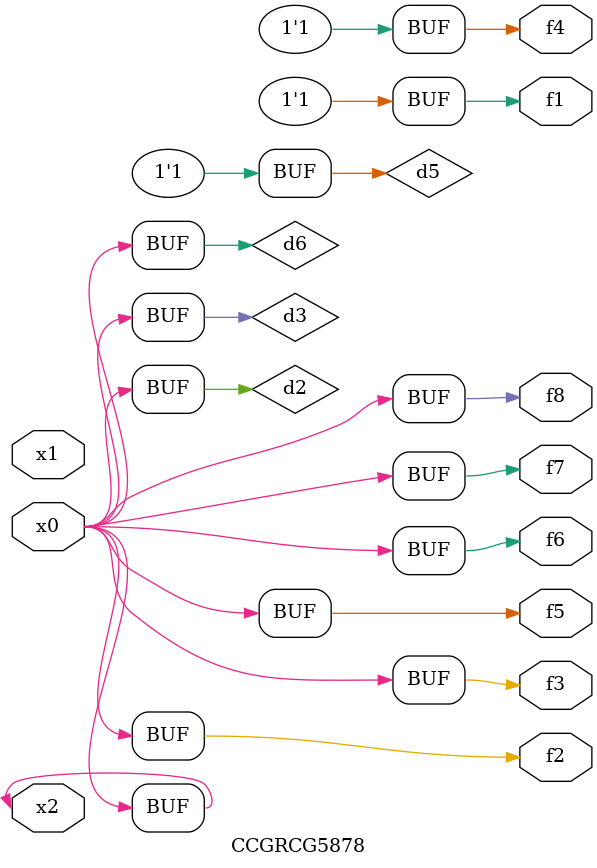
<source format=v>
module CCGRCG5878(
	input x0, x1, x2,
	output f1, f2, f3, f4, f5, f6, f7, f8
);

	wire d1, d2, d3, d4, d5, d6;

	xnor (d1, x2);
	buf (d2, x0, x2);
	and (d3, x0);
	xnor (d4, x1, x2);
	nand (d5, d1, d3);
	buf (d6, d2, d3);
	assign f1 = d5;
	assign f2 = d6;
	assign f3 = d6;
	assign f4 = d5;
	assign f5 = d6;
	assign f6 = d6;
	assign f7 = d6;
	assign f8 = d6;
endmodule

</source>
